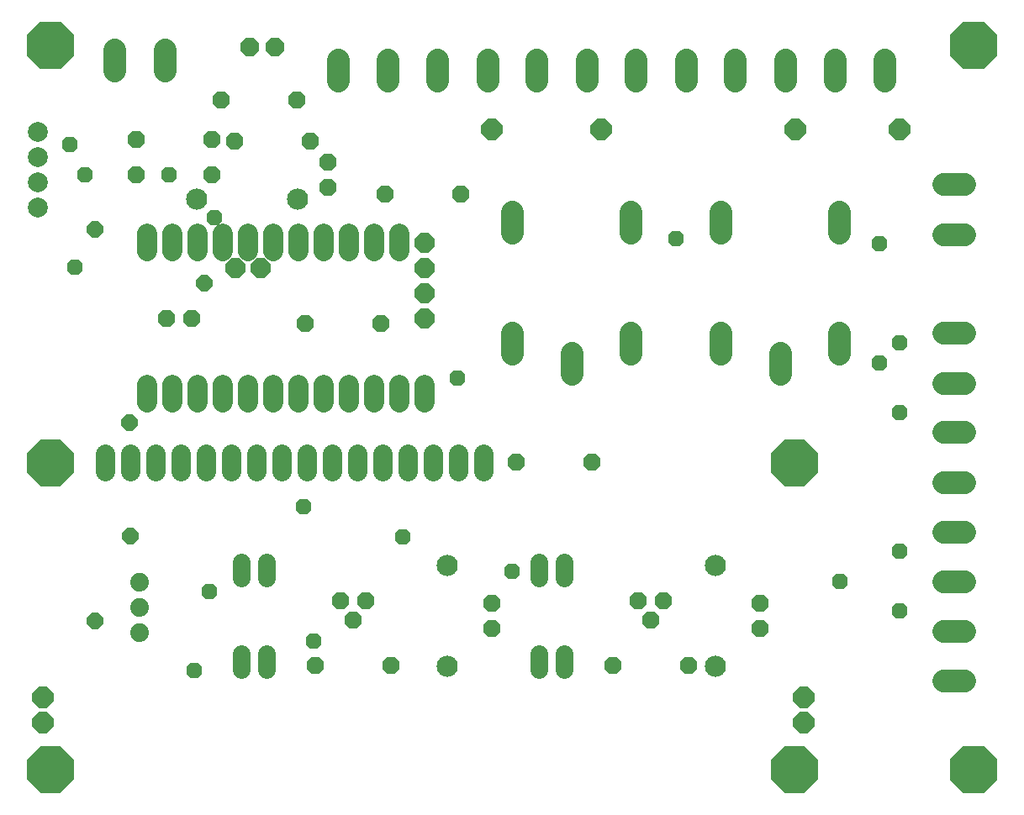
<source format=gbr>
G75*
%MOIN*%
%OFA0B0*%
%FSLAX25Y25*%
%IPPOS*%
%LPD*%
%AMOC8*
5,1,8,0,0,1.08239X$1,22.5*
%
%ADD10C,0.09150*%
%ADD11OC8,0.06706*%
%ADD12C,0.08400*%
%ADD13OC8,0.08400*%
%ADD14C,0.07800*%
%ADD15OC8,0.18517*%
%ADD16OC8,0.07099*%
%ADD17OC8,0.07887*%
%ADD18C,0.07887*%
%ADD19C,0.07400*%
%ADD20C,0.07887*%
%ADD21C,0.07150*%
%ADD22OC8,0.06312*%
%ADD23OC8,0.06400*%
%ADD24OC8,0.18910*%
D10*
X0227284Y0188998D02*
X0227284Y0197347D01*
X0250784Y0189347D02*
X0250784Y0180998D01*
X0274284Y0188998D02*
X0274284Y0197347D01*
X0309961Y0197347D02*
X0309961Y0188998D01*
X0333461Y0189347D02*
X0333461Y0180998D01*
X0356961Y0188998D02*
X0356961Y0197347D01*
X0398184Y0197139D02*
X0406534Y0197139D01*
X0406534Y0177339D02*
X0398184Y0177339D01*
X0398184Y0157769D02*
X0406534Y0157769D01*
X0406534Y0137969D02*
X0398184Y0137969D01*
X0398184Y0118399D02*
X0406534Y0118399D01*
X0406534Y0098599D02*
X0398184Y0098599D01*
X0398184Y0079029D02*
X0406534Y0079029D01*
X0406534Y0059229D02*
X0398184Y0059229D01*
X0398184Y0236394D02*
X0406534Y0236394D01*
X0406534Y0256194D02*
X0398184Y0256194D01*
X0356961Y0245347D02*
X0356961Y0236998D01*
X0309961Y0236998D02*
X0309961Y0245347D01*
X0274284Y0245347D02*
X0274284Y0236998D01*
X0227284Y0236998D02*
X0227284Y0245347D01*
X0236947Y0297238D02*
X0236947Y0305587D01*
X0217377Y0305587D02*
X0217377Y0297238D01*
X0197577Y0297238D02*
X0197577Y0305587D01*
X0178007Y0305587D02*
X0178007Y0297238D01*
X0158207Y0297238D02*
X0158207Y0305587D01*
X0089424Y0309524D02*
X0089424Y0301175D01*
X0069624Y0301175D02*
X0069624Y0309524D01*
X0256747Y0305587D02*
X0256747Y0297238D01*
X0276317Y0297238D02*
X0276317Y0305587D01*
X0296117Y0305587D02*
X0296117Y0297238D01*
X0315687Y0297238D02*
X0315687Y0305587D01*
X0335487Y0305587D02*
X0335487Y0297238D01*
X0355057Y0297238D02*
X0355057Y0305587D01*
X0374857Y0305587D02*
X0374857Y0297238D01*
D11*
X0206729Y0252200D03*
X0176729Y0252200D03*
X0154249Y0254798D03*
X0154249Y0264798D03*
X0147280Y0273342D03*
X0141768Y0289602D03*
X0117280Y0273342D03*
X0108304Y0273854D03*
X0108304Y0260074D03*
X0078304Y0260074D03*
X0078304Y0273854D03*
X0111768Y0289602D03*
X0100272Y0202987D03*
X0090272Y0202987D03*
X0145233Y0201019D03*
X0175233Y0201019D03*
X0229012Y0145783D03*
X0259012Y0145783D03*
X0277280Y0090783D03*
X0282280Y0083283D03*
X0287280Y0090783D03*
X0297280Y0065192D03*
X0267280Y0065192D03*
X0219288Y0079877D03*
X0219288Y0089877D03*
X0179170Y0065192D03*
X0164170Y0083283D03*
X0169170Y0090783D03*
X0159170Y0090783D03*
X0149170Y0065192D03*
X0325587Y0079877D03*
X0325587Y0089877D03*
D12*
X0307871Y0104877D03*
X0307871Y0064877D03*
X0201572Y0064877D03*
X0201572Y0104877D03*
X0142162Y0250153D03*
X0102162Y0250153D03*
D13*
X0219288Y0277791D03*
X0262595Y0277791D03*
X0339367Y0277791D03*
X0380705Y0277791D03*
X0342713Y0052554D03*
X0342713Y0042554D03*
X0041217Y0042554D03*
X0041217Y0052554D03*
D14*
X0065745Y0142243D02*
X0065745Y0149243D01*
X0075745Y0149243D02*
X0075745Y0142243D01*
X0085745Y0142243D02*
X0085745Y0149243D01*
X0095745Y0149243D02*
X0095745Y0142243D01*
X0105745Y0142243D02*
X0105745Y0149243D01*
X0115745Y0149243D02*
X0115745Y0142243D01*
X0125745Y0142243D02*
X0125745Y0149243D01*
X0135745Y0149243D02*
X0135745Y0142243D01*
X0145745Y0142243D02*
X0145745Y0149243D01*
X0155745Y0149243D02*
X0155745Y0142243D01*
X0165745Y0142243D02*
X0165745Y0149243D01*
X0175745Y0149243D02*
X0175745Y0142243D01*
X0185745Y0142243D02*
X0185745Y0149243D01*
X0195745Y0149243D02*
X0195745Y0142243D01*
X0205745Y0142243D02*
X0205745Y0149243D01*
X0215745Y0149243D02*
X0215745Y0142243D01*
D15*
X0044249Y0024011D03*
X0044249Y0145743D03*
X0339209Y0145743D03*
X0339209Y0024011D03*
D16*
X0133028Y0310704D03*
X0123028Y0310704D03*
D17*
X0192674Y0232987D03*
X0192674Y0222987D03*
X0192674Y0212987D03*
X0192674Y0202987D03*
X0127674Y0222987D03*
X0117674Y0222987D03*
D18*
X0122674Y0229444D02*
X0122674Y0236531D01*
X0132674Y0236531D02*
X0132674Y0229444D01*
X0142674Y0229444D02*
X0142674Y0236531D01*
X0152674Y0236531D02*
X0152674Y0229444D01*
X0162674Y0229444D02*
X0162674Y0236531D01*
X0172674Y0236531D02*
X0172674Y0229444D01*
X0182674Y0229444D02*
X0182674Y0236531D01*
X0182674Y0176531D02*
X0182674Y0169444D01*
X0192674Y0169444D02*
X0192674Y0176531D01*
X0172674Y0176531D02*
X0172674Y0169444D01*
X0162674Y0169444D02*
X0162674Y0176531D01*
X0152674Y0176531D02*
X0152674Y0169444D01*
X0142674Y0169444D02*
X0142674Y0176531D01*
X0132674Y0176531D02*
X0132674Y0169444D01*
X0122674Y0169444D02*
X0122674Y0176531D01*
X0112674Y0176531D02*
X0112674Y0169444D01*
X0102674Y0169444D02*
X0102674Y0176531D01*
X0092674Y0176531D02*
X0092674Y0169444D01*
X0082674Y0169444D02*
X0082674Y0176531D01*
X0082674Y0229444D02*
X0082674Y0236531D01*
X0092674Y0236531D02*
X0092674Y0229444D01*
X0102674Y0229444D02*
X0102674Y0236531D01*
X0112674Y0236531D02*
X0112674Y0229444D01*
D19*
X0079603Y0098302D03*
X0079603Y0088302D03*
X0079603Y0078302D03*
D20*
X0039091Y0247043D03*
X0039091Y0257043D03*
X0039091Y0267043D03*
X0039091Y0277043D03*
D21*
X0119800Y0106227D02*
X0119800Y0099877D01*
X0129800Y0099877D02*
X0129800Y0106227D01*
X0129800Y0069877D02*
X0129800Y0063528D01*
X0119800Y0063528D02*
X0119800Y0069877D01*
X0237910Y0069877D02*
X0237910Y0063528D01*
X0247910Y0063528D02*
X0247910Y0069877D01*
X0247910Y0099877D02*
X0247910Y0106227D01*
X0237910Y0106227D02*
X0237910Y0099877D01*
D22*
X0227162Y0102594D03*
X0183855Y0116373D03*
X0144485Y0128184D03*
X0107083Y0094720D03*
X0101178Y0063224D03*
X0148422Y0075035D03*
X0205509Y0179365D03*
X0292123Y0234483D03*
X0372831Y0232515D03*
X0380705Y0193145D03*
X0372831Y0185271D03*
X0380705Y0165586D03*
X0380705Y0110468D03*
X0357083Y0098657D03*
X0380705Y0086846D03*
X0109052Y0242850D03*
X0091335Y0260074D03*
X0057871Y0260074D03*
X0051965Y0271885D03*
X0053934Y0223165D03*
D23*
X0061808Y0238420D03*
X0105115Y0216767D03*
X0075587Y0161649D03*
X0075745Y0116531D03*
X0061808Y0082909D03*
D24*
X0044091Y0311255D03*
X0410233Y0311255D03*
X0410233Y0023854D03*
M02*

</source>
